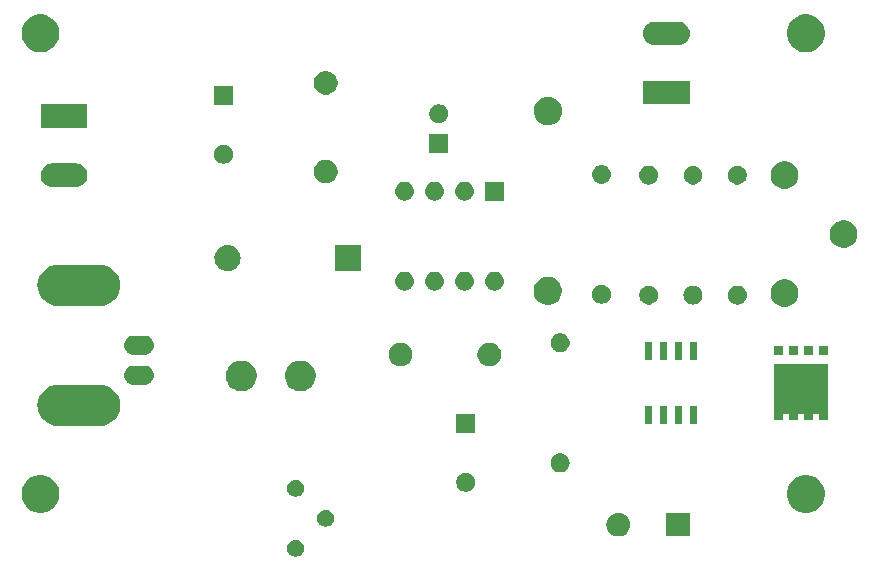
<source format=gbr>
G04 #@! TF.GenerationSoftware,KiCad,Pcbnew,5.0.2-bee76a0~70~ubuntu18.04.1*
G04 #@! TF.CreationDate,2019-07-29T09:45:32+01:00*
G04 #@! TF.ProjectId,led_driver,6c65645f-6472-4697-9665-722e6b696361,rev?*
G04 #@! TF.SameCoordinates,Original*
G04 #@! TF.FileFunction,Soldermask,Top*
G04 #@! TF.FilePolarity,Negative*
%FSLAX46Y46*%
G04 Gerber Fmt 4.6, Leading zero omitted, Abs format (unit mm)*
G04 Created by KiCad (PCBNEW 5.0.2-bee76a0~70~ubuntu18.04.1) date Mon 29 Jul 2019 09:45:32 BST*
%MOMM*%
%LPD*%
G01*
G04 APERTURE LIST*
%ADD10C,0.100000*%
G04 APERTURE END LIST*
D10*
G36*
X112810015Y-100907668D02*
X112941049Y-100961944D01*
X113058975Y-101040740D01*
X113159260Y-101141025D01*
X113238056Y-101258951D01*
X113292332Y-101389985D01*
X113320000Y-101529085D01*
X113320000Y-101670915D01*
X113292332Y-101810015D01*
X113238056Y-101941049D01*
X113159260Y-102058975D01*
X113058975Y-102159260D01*
X112941049Y-102238056D01*
X112810015Y-102292332D01*
X112670915Y-102320000D01*
X112529085Y-102320000D01*
X112389985Y-102292332D01*
X112258951Y-102238056D01*
X112141025Y-102159260D01*
X112040740Y-102058975D01*
X111961944Y-101941049D01*
X111907668Y-101810015D01*
X111880000Y-101670915D01*
X111880000Y-101529085D01*
X111907668Y-101389985D01*
X111961944Y-101258951D01*
X112040740Y-101141025D01*
X112141025Y-101040740D01*
X112258951Y-100961944D01*
X112389985Y-100907668D01*
X112529085Y-100880000D01*
X112670915Y-100880000D01*
X112810015Y-100907668D01*
X112810015Y-100907668D01*
G37*
G36*
X146000000Y-100600000D02*
X144000000Y-100600000D01*
X144000000Y-98600000D01*
X146000000Y-98600000D01*
X146000000Y-100600000D01*
X146000000Y-100600000D01*
G37*
G36*
X140116030Y-98614469D02*
X140116033Y-98614470D01*
X140116034Y-98614470D01*
X140304535Y-98671651D01*
X140304537Y-98671652D01*
X140478260Y-98764509D01*
X140630528Y-98889472D01*
X140755491Y-99041740D01*
X140803156Y-99130915D01*
X140848349Y-99215465D01*
X140904645Y-99401048D01*
X140905531Y-99403970D01*
X140924838Y-99600000D01*
X140905531Y-99796030D01*
X140848348Y-99984537D01*
X140755491Y-100158260D01*
X140630528Y-100310528D01*
X140478260Y-100435491D01*
X140478258Y-100435492D01*
X140304535Y-100528349D01*
X140116034Y-100585530D01*
X140116033Y-100585530D01*
X140116030Y-100585531D01*
X139969124Y-100600000D01*
X139870876Y-100600000D01*
X139723970Y-100585531D01*
X139723967Y-100585530D01*
X139723966Y-100585530D01*
X139535465Y-100528349D01*
X139361742Y-100435492D01*
X139361740Y-100435491D01*
X139209472Y-100310528D01*
X139084509Y-100158260D01*
X138991652Y-99984537D01*
X138934469Y-99796030D01*
X138915162Y-99600000D01*
X138934469Y-99403970D01*
X138935355Y-99401048D01*
X138991651Y-99215465D01*
X139036844Y-99130915D01*
X139084509Y-99041740D01*
X139209472Y-98889472D01*
X139361740Y-98764509D01*
X139535463Y-98671652D01*
X139535465Y-98671651D01*
X139723966Y-98614470D01*
X139723967Y-98614470D01*
X139723970Y-98614469D01*
X139870876Y-98600000D01*
X139969124Y-98600000D01*
X140116030Y-98614469D01*
X140116030Y-98614469D01*
G37*
G36*
X115350015Y-98367668D02*
X115481049Y-98421944D01*
X115598975Y-98500740D01*
X115699260Y-98601025D01*
X115778056Y-98718951D01*
X115832332Y-98849985D01*
X115860000Y-98989085D01*
X115860000Y-99130915D01*
X115832332Y-99270015D01*
X115778056Y-99401049D01*
X115699260Y-99518975D01*
X115598975Y-99619260D01*
X115481049Y-99698056D01*
X115350015Y-99752332D01*
X115210915Y-99780000D01*
X115069085Y-99780000D01*
X114929985Y-99752332D01*
X114798951Y-99698056D01*
X114681025Y-99619260D01*
X114580740Y-99518975D01*
X114501944Y-99401049D01*
X114447668Y-99270015D01*
X114420000Y-99130915D01*
X114420000Y-98989085D01*
X114447668Y-98849985D01*
X114501944Y-98718951D01*
X114580740Y-98601025D01*
X114681025Y-98500740D01*
X114798951Y-98421944D01*
X114929985Y-98367668D01*
X115069085Y-98340000D01*
X115210915Y-98340000D01*
X115350015Y-98367668D01*
X115350015Y-98367668D01*
G37*
G36*
X91466703Y-95461486D02*
X91757883Y-95582097D01*
X92019944Y-95757201D01*
X92242799Y-95980056D01*
X92417903Y-96242117D01*
X92538514Y-96533297D01*
X92600000Y-96842412D01*
X92600000Y-97157588D01*
X92538514Y-97466703D01*
X92417903Y-97757883D01*
X92242799Y-98019944D01*
X92019944Y-98242799D01*
X91757883Y-98417903D01*
X91466703Y-98538514D01*
X91157588Y-98600000D01*
X90842412Y-98600000D01*
X90533297Y-98538514D01*
X90242117Y-98417903D01*
X89980056Y-98242799D01*
X89757201Y-98019944D01*
X89582097Y-97757883D01*
X89461486Y-97466703D01*
X89400000Y-97157588D01*
X89400000Y-96842412D01*
X89461486Y-96533297D01*
X89582097Y-96242117D01*
X89757201Y-95980056D01*
X89980056Y-95757201D01*
X90242117Y-95582097D01*
X90533297Y-95461486D01*
X90842412Y-95400000D01*
X91157588Y-95400000D01*
X91466703Y-95461486D01*
X91466703Y-95461486D01*
G37*
G36*
X156266703Y-95461486D02*
X156557883Y-95582097D01*
X156819944Y-95757201D01*
X157042799Y-95980056D01*
X157217903Y-96242117D01*
X157338514Y-96533297D01*
X157400000Y-96842412D01*
X157400000Y-97157588D01*
X157338514Y-97466703D01*
X157217903Y-97757883D01*
X157042799Y-98019944D01*
X156819944Y-98242799D01*
X156557883Y-98417903D01*
X156266703Y-98538514D01*
X155957588Y-98600000D01*
X155642412Y-98600000D01*
X155333297Y-98538514D01*
X155042117Y-98417903D01*
X154780056Y-98242799D01*
X154557201Y-98019944D01*
X154382097Y-97757883D01*
X154261486Y-97466703D01*
X154200000Y-97157588D01*
X154200000Y-96842412D01*
X154261486Y-96533297D01*
X154382097Y-96242117D01*
X154557201Y-95980056D01*
X154780056Y-95757201D01*
X155042117Y-95582097D01*
X155333297Y-95461486D01*
X155642412Y-95400000D01*
X155957588Y-95400000D01*
X156266703Y-95461486D01*
X156266703Y-95461486D01*
G37*
G36*
X112810015Y-95827668D02*
X112941049Y-95881944D01*
X113058975Y-95960740D01*
X113159260Y-96061025D01*
X113238056Y-96178951D01*
X113292332Y-96309985D01*
X113320000Y-96449085D01*
X113320000Y-96590915D01*
X113292332Y-96730015D01*
X113238056Y-96861049D01*
X113159260Y-96978975D01*
X113058975Y-97079260D01*
X112941049Y-97158056D01*
X112810015Y-97212332D01*
X112670915Y-97240000D01*
X112529085Y-97240000D01*
X112389985Y-97212332D01*
X112258951Y-97158056D01*
X112141025Y-97079260D01*
X112040740Y-96978975D01*
X111961944Y-96861049D01*
X111907668Y-96730015D01*
X111880000Y-96590915D01*
X111880000Y-96449085D01*
X111907668Y-96309985D01*
X111961944Y-96178951D01*
X112040740Y-96061025D01*
X112141025Y-95960740D01*
X112258951Y-95881944D01*
X112389985Y-95827668D01*
X112529085Y-95800000D01*
X112670915Y-95800000D01*
X112810015Y-95827668D01*
X112810015Y-95827668D01*
G37*
G36*
X127233352Y-95230743D02*
X127378941Y-95291048D01*
X127509973Y-95378601D01*
X127621399Y-95490027D01*
X127708952Y-95621059D01*
X127769257Y-95766648D01*
X127800000Y-95921205D01*
X127800000Y-96078795D01*
X127769257Y-96233352D01*
X127708952Y-96378941D01*
X127621399Y-96509973D01*
X127509973Y-96621399D01*
X127378941Y-96708952D01*
X127233352Y-96769257D01*
X127078795Y-96800000D01*
X126921205Y-96800000D01*
X126766648Y-96769257D01*
X126621059Y-96708952D01*
X126490027Y-96621399D01*
X126378601Y-96509973D01*
X126291048Y-96378941D01*
X126230743Y-96233352D01*
X126200000Y-96078795D01*
X126200000Y-95921205D01*
X126230743Y-95766648D01*
X126291048Y-95621059D01*
X126378601Y-95490027D01*
X126490027Y-95378601D01*
X126621059Y-95291048D01*
X126766648Y-95230743D01*
X126921205Y-95200000D01*
X127078795Y-95200000D01*
X127233352Y-95230743D01*
X127233352Y-95230743D01*
G37*
G36*
X135117649Y-93567717D02*
X135156827Y-93571576D01*
X135232227Y-93594448D01*
X135307629Y-93617321D01*
X135446608Y-93691608D01*
X135568422Y-93791578D01*
X135668392Y-93913392D01*
X135742679Y-94052371D01*
X135788424Y-94203174D01*
X135803870Y-94360000D01*
X135788424Y-94516826D01*
X135742679Y-94667629D01*
X135668392Y-94806608D01*
X135568422Y-94928422D01*
X135446608Y-95028392D01*
X135307629Y-95102679D01*
X135232228Y-95125551D01*
X135156827Y-95148424D01*
X135117649Y-95152283D01*
X135039295Y-95160000D01*
X134960705Y-95160000D01*
X134882351Y-95152283D01*
X134843173Y-95148424D01*
X134767772Y-95125551D01*
X134692371Y-95102679D01*
X134553392Y-95028392D01*
X134431578Y-94928422D01*
X134331608Y-94806608D01*
X134257321Y-94667629D01*
X134211576Y-94516826D01*
X134196130Y-94360000D01*
X134211576Y-94203174D01*
X134257321Y-94052371D01*
X134331608Y-93913392D01*
X134431578Y-93791578D01*
X134553392Y-93691608D01*
X134692371Y-93617321D01*
X134767773Y-93594448D01*
X134843173Y-93571576D01*
X134882351Y-93567717D01*
X134960705Y-93560000D01*
X135039295Y-93560000D01*
X135117649Y-93567717D01*
X135117649Y-93567717D01*
G37*
G36*
X127800000Y-91800000D02*
X126200000Y-91800000D01*
X126200000Y-90200000D01*
X127800000Y-90200000D01*
X127800000Y-91800000D01*
X127800000Y-91800000D01*
G37*
G36*
X96181065Y-87742640D02*
X96352460Y-87759521D01*
X96572377Y-87826232D01*
X96682337Y-87859588D01*
X96844837Y-87946447D01*
X96986352Y-88022088D01*
X96986354Y-88022089D01*
X96986353Y-88022089D01*
X97252824Y-88240776D01*
X97471511Y-88507247D01*
X97634012Y-88811263D01*
X97634012Y-88811264D01*
X97734079Y-89141140D01*
X97767867Y-89484200D01*
X97734079Y-89827260D01*
X97696846Y-89950000D01*
X97634012Y-90157137D01*
X97547153Y-90319637D01*
X97471512Y-90461152D01*
X97252824Y-90727624D01*
X96986352Y-90946312D01*
X96844837Y-91021953D01*
X96682337Y-91108812D01*
X96572377Y-91142168D01*
X96352460Y-91208879D01*
X96181065Y-91225760D01*
X96095369Y-91234200D01*
X92423431Y-91234200D01*
X92337735Y-91225760D01*
X92166340Y-91208879D01*
X91946423Y-91142168D01*
X91836463Y-91108812D01*
X91673963Y-91021953D01*
X91532448Y-90946312D01*
X91265976Y-90727624D01*
X91047288Y-90461152D01*
X90971647Y-90319637D01*
X90884788Y-90157137D01*
X90821954Y-89950000D01*
X90784721Y-89827260D01*
X90750933Y-89484200D01*
X90784721Y-89141140D01*
X90884788Y-88811264D01*
X90884788Y-88811263D01*
X91047289Y-88507247D01*
X91265976Y-88240776D01*
X91532447Y-88022089D01*
X91532446Y-88022089D01*
X91532448Y-88022088D01*
X91673963Y-87946447D01*
X91836463Y-87859588D01*
X91946423Y-87826232D01*
X92166340Y-87759521D01*
X92337735Y-87742640D01*
X92423431Y-87734200D01*
X96095369Y-87734200D01*
X96181065Y-87742640D01*
X96181065Y-87742640D01*
G37*
G36*
X146605000Y-91075000D02*
X146005000Y-91075000D01*
X146005000Y-89525000D01*
X146605000Y-89525000D01*
X146605000Y-91075000D01*
X146605000Y-91075000D01*
G37*
G36*
X142795000Y-91075000D02*
X142195000Y-91075000D01*
X142195000Y-89525000D01*
X142795000Y-89525000D01*
X142795000Y-91075000D01*
X142795000Y-91075000D01*
G37*
G36*
X144065000Y-91075000D02*
X143465000Y-91075000D01*
X143465000Y-89525000D01*
X144065000Y-89525000D01*
X144065000Y-91075000D01*
X144065000Y-91075000D01*
G37*
G36*
X145335000Y-91075000D02*
X144735000Y-91075000D01*
X144735000Y-89525000D01*
X145335000Y-89525000D01*
X145335000Y-91075000D01*
X145335000Y-91075000D01*
G37*
G36*
X157650000Y-89825000D02*
X157652402Y-89849386D01*
X157659515Y-89872835D01*
X157660000Y-89873742D01*
X157660000Y-90750000D01*
X156960000Y-90750000D01*
X156960000Y-90370000D01*
X156957598Y-90345614D01*
X156950485Y-90322165D01*
X156938934Y-90300554D01*
X156923388Y-90281612D01*
X156904446Y-90266066D01*
X156882835Y-90254515D01*
X156859386Y-90247402D01*
X156835000Y-90245000D01*
X156515000Y-90245000D01*
X156490614Y-90247402D01*
X156467165Y-90254515D01*
X156445554Y-90266066D01*
X156426612Y-90281612D01*
X156411066Y-90300554D01*
X156399515Y-90322165D01*
X156392402Y-90345614D01*
X156390000Y-90370000D01*
X156390000Y-90750000D01*
X155690000Y-90750000D01*
X155690000Y-90370000D01*
X155687598Y-90345614D01*
X155680485Y-90322165D01*
X155668934Y-90300554D01*
X155653388Y-90281612D01*
X155634446Y-90266066D01*
X155612835Y-90254515D01*
X155589386Y-90247402D01*
X155565000Y-90245000D01*
X155235000Y-90245000D01*
X155210614Y-90247402D01*
X155187165Y-90254515D01*
X155165554Y-90266066D01*
X155146612Y-90281612D01*
X155131066Y-90300554D01*
X155119515Y-90322165D01*
X155112402Y-90345614D01*
X155110000Y-90370000D01*
X155110000Y-90750000D01*
X154410000Y-90750000D01*
X154410000Y-90370000D01*
X154407598Y-90345614D01*
X154400485Y-90322165D01*
X154388934Y-90300554D01*
X154373388Y-90281612D01*
X154354446Y-90266066D01*
X154332835Y-90254515D01*
X154309386Y-90247402D01*
X154285000Y-90245000D01*
X153965000Y-90245000D01*
X153940614Y-90247402D01*
X153917165Y-90254515D01*
X153895554Y-90266066D01*
X153876612Y-90281612D01*
X153861066Y-90300554D01*
X153849515Y-90322165D01*
X153842402Y-90345614D01*
X153840000Y-90370000D01*
X153840000Y-90750000D01*
X153140000Y-90750000D01*
X153140000Y-89873742D01*
X153140485Y-89872835D01*
X153147598Y-89849386D01*
X153150000Y-89825000D01*
X153150000Y-85955000D01*
X157650000Y-85955000D01*
X157650000Y-89825000D01*
X157650000Y-89825000D01*
G37*
G36*
X113379196Y-85749958D02*
X113615780Y-85847954D01*
X113828705Y-85990226D01*
X114009774Y-86171295D01*
X114152046Y-86384220D01*
X114250042Y-86620804D01*
X114300000Y-86871960D01*
X114300000Y-87128040D01*
X114250042Y-87379196D01*
X114152046Y-87615780D01*
X114009774Y-87828705D01*
X113828705Y-88009774D01*
X113615780Y-88152046D01*
X113379196Y-88250042D01*
X113128040Y-88300000D01*
X112871960Y-88300000D01*
X112620804Y-88250042D01*
X112384220Y-88152046D01*
X112171295Y-88009774D01*
X111990226Y-87828705D01*
X111847954Y-87615780D01*
X111749958Y-87379196D01*
X111700000Y-87128040D01*
X111700000Y-86871960D01*
X111749958Y-86620804D01*
X111847954Y-86384220D01*
X111990226Y-86171295D01*
X112171295Y-85990226D01*
X112384220Y-85847954D01*
X112620804Y-85749958D01*
X112871960Y-85700000D01*
X113128040Y-85700000D01*
X113379196Y-85749958D01*
X113379196Y-85749958D01*
G37*
G36*
X108379196Y-85749958D02*
X108615780Y-85847954D01*
X108828705Y-85990226D01*
X109009774Y-86171295D01*
X109152046Y-86384220D01*
X109250042Y-86620804D01*
X109300000Y-86871960D01*
X109300000Y-87128040D01*
X109250042Y-87379196D01*
X109152046Y-87615780D01*
X109009774Y-87828705D01*
X108828705Y-88009774D01*
X108615780Y-88152046D01*
X108379196Y-88250042D01*
X108128040Y-88300000D01*
X107871960Y-88300000D01*
X107620804Y-88250042D01*
X107384220Y-88152046D01*
X107171295Y-88009774D01*
X106990226Y-87828705D01*
X106847954Y-87615780D01*
X106749958Y-87379196D01*
X106700000Y-87128040D01*
X106700000Y-86871960D01*
X106749958Y-86620804D01*
X106847954Y-86384220D01*
X106990226Y-86171295D01*
X107171295Y-85990226D01*
X107384220Y-85847954D01*
X107620804Y-85749958D01*
X107871960Y-85700000D01*
X108128040Y-85700000D01*
X108379196Y-85749958D01*
X108379196Y-85749958D01*
G37*
G36*
X99907049Y-86151917D02*
X99946227Y-86155776D01*
X99997386Y-86171295D01*
X100097029Y-86201521D01*
X100236008Y-86275808D01*
X100357822Y-86375778D01*
X100457792Y-86497592D01*
X100532079Y-86636571D01*
X100532079Y-86636572D01*
X100577824Y-86787373D01*
X100593270Y-86944200D01*
X100577824Y-87101027D01*
X100554951Y-87176428D01*
X100532079Y-87251829D01*
X100457792Y-87390808D01*
X100357822Y-87512622D01*
X100236008Y-87612592D01*
X100097029Y-87686879D01*
X100021628Y-87709751D01*
X99946227Y-87732624D01*
X99930225Y-87734200D01*
X99828695Y-87744200D01*
X98850105Y-87744200D01*
X98748575Y-87734200D01*
X98732573Y-87732624D01*
X98657172Y-87709751D01*
X98581771Y-87686879D01*
X98442792Y-87612592D01*
X98320978Y-87512622D01*
X98221008Y-87390808D01*
X98146721Y-87251829D01*
X98123849Y-87176428D01*
X98100976Y-87101027D01*
X98085530Y-86944200D01*
X98100976Y-86787373D01*
X98146721Y-86636572D01*
X98146721Y-86636571D01*
X98221008Y-86497592D01*
X98320978Y-86375778D01*
X98442792Y-86275808D01*
X98581771Y-86201521D01*
X98681414Y-86171295D01*
X98732573Y-86155776D01*
X98771751Y-86151917D01*
X98850105Y-86144200D01*
X99828695Y-86144200D01*
X99907049Y-86151917D01*
X99907049Y-86151917D01*
G37*
G36*
X129175770Y-84215372D02*
X129291689Y-84238429D01*
X129473678Y-84313811D01*
X129637463Y-84423249D01*
X129776751Y-84562537D01*
X129886189Y-84726322D01*
X129961571Y-84908311D01*
X129974363Y-84972622D01*
X129994249Y-85072593D01*
X130000000Y-85101509D01*
X130000000Y-85298491D01*
X129961571Y-85491689D01*
X129886189Y-85673678D01*
X129776751Y-85837463D01*
X129637463Y-85976751D01*
X129473678Y-86086189D01*
X129291689Y-86161571D01*
X129175770Y-86184628D01*
X129098493Y-86200000D01*
X128901507Y-86200000D01*
X128824230Y-86184628D01*
X128708311Y-86161571D01*
X128526322Y-86086189D01*
X128362537Y-85976751D01*
X128223249Y-85837463D01*
X128113811Y-85673678D01*
X128038429Y-85491689D01*
X128000000Y-85298491D01*
X128000000Y-85101509D01*
X128005752Y-85072593D01*
X128025637Y-84972622D01*
X128038429Y-84908311D01*
X128113811Y-84726322D01*
X128223249Y-84562537D01*
X128362537Y-84423249D01*
X128526322Y-84313811D01*
X128708311Y-84238429D01*
X128824230Y-84215372D01*
X128901507Y-84200000D01*
X129098493Y-84200000D01*
X129175770Y-84215372D01*
X129175770Y-84215372D01*
G37*
G36*
X121675770Y-84215372D02*
X121791689Y-84238429D01*
X121973678Y-84313811D01*
X122137463Y-84423249D01*
X122276751Y-84562537D01*
X122386189Y-84726322D01*
X122461571Y-84908311D01*
X122474363Y-84972622D01*
X122494249Y-85072593D01*
X122500000Y-85101509D01*
X122500000Y-85298491D01*
X122461571Y-85491689D01*
X122386189Y-85673678D01*
X122276751Y-85837463D01*
X122137463Y-85976751D01*
X121973678Y-86086189D01*
X121791689Y-86161571D01*
X121675770Y-86184628D01*
X121598493Y-86200000D01*
X121401507Y-86200000D01*
X121324230Y-86184628D01*
X121208311Y-86161571D01*
X121026322Y-86086189D01*
X120862537Y-85976751D01*
X120723249Y-85837463D01*
X120613811Y-85673678D01*
X120538429Y-85491689D01*
X120500000Y-85298491D01*
X120500000Y-85101509D01*
X120505752Y-85072593D01*
X120525637Y-84972622D01*
X120538429Y-84908311D01*
X120613811Y-84726322D01*
X120723249Y-84562537D01*
X120862537Y-84423249D01*
X121026322Y-84313811D01*
X121208311Y-84238429D01*
X121324230Y-84215372D01*
X121401507Y-84200000D01*
X121598493Y-84200000D01*
X121675770Y-84215372D01*
X121675770Y-84215372D01*
G37*
G36*
X144065000Y-85675000D02*
X143465000Y-85675000D01*
X143465000Y-84125000D01*
X144065000Y-84125000D01*
X144065000Y-85675000D01*
X144065000Y-85675000D01*
G37*
G36*
X142795000Y-85675000D02*
X142195000Y-85675000D01*
X142195000Y-84125000D01*
X142795000Y-84125000D01*
X142795000Y-85675000D01*
X142795000Y-85675000D01*
G37*
G36*
X145335000Y-85675000D02*
X144735000Y-85675000D01*
X144735000Y-84125000D01*
X145335000Y-84125000D01*
X145335000Y-85675000D01*
X145335000Y-85675000D01*
G37*
G36*
X146605000Y-85675000D02*
X146005000Y-85675000D01*
X146005000Y-84125000D01*
X146605000Y-84125000D01*
X146605000Y-85675000D01*
X146605000Y-85675000D01*
G37*
G36*
X155110000Y-85250000D02*
X154410000Y-85250000D01*
X154410000Y-84450000D01*
X155110000Y-84450000D01*
X155110000Y-85250000D01*
X155110000Y-85250000D01*
G37*
G36*
X157660000Y-85250000D02*
X156960000Y-85250000D01*
X156960000Y-84450000D01*
X157660000Y-84450000D01*
X157660000Y-85250000D01*
X157660000Y-85250000D01*
G37*
G36*
X156390000Y-85250000D02*
X155690000Y-85250000D01*
X155690000Y-84450000D01*
X156390000Y-84450000D01*
X156390000Y-85250000D01*
X156390000Y-85250000D01*
G37*
G36*
X153840000Y-85250000D02*
X153140000Y-85250000D01*
X153140000Y-84450000D01*
X153840000Y-84450000D01*
X153840000Y-85250000D01*
X153840000Y-85250000D01*
G37*
G36*
X99907049Y-83611917D02*
X99946227Y-83615776D01*
X100021628Y-83638649D01*
X100097029Y-83661521D01*
X100236008Y-83735808D01*
X100357822Y-83835778D01*
X100457792Y-83957592D01*
X100532079Y-84096571D01*
X100539552Y-84121207D01*
X100577824Y-84247373D01*
X100593270Y-84404200D01*
X100577824Y-84561027D01*
X100554951Y-84636428D01*
X100532079Y-84711829D01*
X100457792Y-84850808D01*
X100357822Y-84972622D01*
X100236008Y-85072592D01*
X100097029Y-85146879D01*
X100021628Y-85169751D01*
X99946227Y-85192624D01*
X99907049Y-85196483D01*
X99828695Y-85204200D01*
X98850105Y-85204200D01*
X98771751Y-85196483D01*
X98732573Y-85192624D01*
X98657172Y-85169751D01*
X98581771Y-85146879D01*
X98442792Y-85072592D01*
X98320978Y-84972622D01*
X98221008Y-84850808D01*
X98146721Y-84711829D01*
X98123849Y-84636428D01*
X98100976Y-84561027D01*
X98085530Y-84404200D01*
X98100976Y-84247373D01*
X98139248Y-84121207D01*
X98146721Y-84096571D01*
X98221008Y-83957592D01*
X98320978Y-83835778D01*
X98442792Y-83735808D01*
X98581771Y-83661521D01*
X98657172Y-83638649D01*
X98732573Y-83615776D01*
X98771751Y-83611917D01*
X98850105Y-83604200D01*
X99828695Y-83604200D01*
X99907049Y-83611917D01*
X99907049Y-83611917D01*
G37*
G36*
X135233352Y-83430743D02*
X135378941Y-83491048D01*
X135509973Y-83578601D01*
X135621399Y-83690027D01*
X135708952Y-83821059D01*
X135769257Y-83966648D01*
X135800000Y-84121205D01*
X135800000Y-84278795D01*
X135769257Y-84433352D01*
X135708952Y-84578941D01*
X135621399Y-84709973D01*
X135509973Y-84821399D01*
X135378941Y-84908952D01*
X135233352Y-84969257D01*
X135078795Y-85000000D01*
X134921205Y-85000000D01*
X134766648Y-84969257D01*
X134621059Y-84908952D01*
X134490027Y-84821399D01*
X134378601Y-84709973D01*
X134291048Y-84578941D01*
X134230743Y-84433352D01*
X134200000Y-84278795D01*
X134200000Y-84121205D01*
X134230743Y-83966648D01*
X134291048Y-83821059D01*
X134378601Y-83690027D01*
X134490027Y-83578601D01*
X134621059Y-83491048D01*
X134766648Y-83430743D01*
X134921205Y-83400000D01*
X135078795Y-83400000D01*
X135233352Y-83430743D01*
X135233352Y-83430743D01*
G37*
G36*
X154341274Y-78874962D02*
X154554204Y-78963160D01*
X154745833Y-79091203D01*
X154908797Y-79254167D01*
X155036840Y-79445796D01*
X155125038Y-79658726D01*
X155170000Y-79884764D01*
X155170000Y-80115236D01*
X155125038Y-80341274D01*
X155036840Y-80554204D01*
X154908797Y-80745833D01*
X154745833Y-80908797D01*
X154554204Y-81036840D01*
X154341274Y-81125038D01*
X154115236Y-81170000D01*
X153884764Y-81170000D01*
X153658726Y-81125038D01*
X153445796Y-81036840D01*
X153254167Y-80908797D01*
X153091203Y-80745833D01*
X152963160Y-80554204D01*
X152874962Y-80341274D01*
X152830000Y-80115236D01*
X152830000Y-79884764D01*
X152874962Y-79658726D01*
X152963160Y-79445796D01*
X153091203Y-79254167D01*
X153254167Y-79091203D01*
X153445796Y-78963160D01*
X153658726Y-78874962D01*
X153884764Y-78830000D01*
X154115236Y-78830000D01*
X154341274Y-78874962D01*
X154341274Y-78874962D01*
G37*
G36*
X96181065Y-77582640D02*
X96352460Y-77599521D01*
X96572377Y-77666232D01*
X96682337Y-77699588D01*
X96835734Y-77781581D01*
X96986352Y-77862088D01*
X97252824Y-78080776D01*
X97471512Y-78347248D01*
X97547153Y-78488763D01*
X97634012Y-78651263D01*
X97640658Y-78673172D01*
X97734079Y-78981140D01*
X97767867Y-79324200D01*
X97734079Y-79667260D01*
X97674080Y-79865049D01*
X97634012Y-79997137D01*
X97622001Y-80019607D01*
X97471512Y-80301152D01*
X97252824Y-80567624D01*
X96986352Y-80786312D01*
X96907626Y-80828392D01*
X96682337Y-80948812D01*
X96572377Y-80982168D01*
X96352460Y-81048879D01*
X96181065Y-81065760D01*
X96095369Y-81074200D01*
X92423431Y-81074200D01*
X92337735Y-81065760D01*
X92166340Y-81048879D01*
X91946423Y-80982168D01*
X91836463Y-80948812D01*
X91611174Y-80828392D01*
X91532448Y-80786312D01*
X91265976Y-80567624D01*
X91047288Y-80301152D01*
X90896799Y-80019607D01*
X90884788Y-79997137D01*
X90844720Y-79865049D01*
X90784721Y-79667260D01*
X90750933Y-79324200D01*
X90784721Y-78981140D01*
X90878142Y-78673172D01*
X90884788Y-78651263D01*
X90971647Y-78488763D01*
X91047288Y-78347248D01*
X91265976Y-78080776D01*
X91532448Y-77862088D01*
X91683066Y-77781581D01*
X91836463Y-77699588D01*
X91946423Y-77666232D01*
X92166340Y-77599521D01*
X92337735Y-77582640D01*
X92423431Y-77574200D01*
X96095369Y-77574200D01*
X96181065Y-77582640D01*
X96181065Y-77582640D01*
G37*
G36*
X134309626Y-78646115D02*
X134528012Y-78736573D01*
X134724558Y-78867901D01*
X134891699Y-79035042D01*
X135023027Y-79231588D01*
X135113485Y-79449974D01*
X135159600Y-79681809D01*
X135159600Y-79918191D01*
X135113485Y-80150026D01*
X135023027Y-80368412D01*
X134891699Y-80564958D01*
X134724558Y-80732099D01*
X134528012Y-80863427D01*
X134309626Y-80953885D01*
X134077791Y-81000000D01*
X133841409Y-81000000D01*
X133609574Y-80953885D01*
X133391188Y-80863427D01*
X133194642Y-80732099D01*
X133027501Y-80564958D01*
X132896173Y-80368412D01*
X132805715Y-80150026D01*
X132759600Y-79918191D01*
X132759600Y-79681809D01*
X132805715Y-79449974D01*
X132896173Y-79231588D01*
X133027501Y-79035042D01*
X133194642Y-78867901D01*
X133391188Y-78736573D01*
X133609574Y-78646115D01*
X133841409Y-78600000D01*
X134077791Y-78600000D01*
X134309626Y-78646115D01*
X134309626Y-78646115D01*
G37*
G36*
X150117649Y-79367717D02*
X150156827Y-79371576D01*
X150215743Y-79389448D01*
X150307629Y-79417321D01*
X150446608Y-79491608D01*
X150568422Y-79591578D01*
X150668392Y-79713392D01*
X150742679Y-79852371D01*
X150742679Y-79852372D01*
X150788424Y-80003173D01*
X150803870Y-80160000D01*
X150788424Y-80316827D01*
X150765551Y-80392228D01*
X150742679Y-80467629D01*
X150668392Y-80606608D01*
X150568422Y-80728422D01*
X150446608Y-80828392D01*
X150307629Y-80902679D01*
X150232227Y-80925552D01*
X150156827Y-80948424D01*
X150117649Y-80952283D01*
X150039295Y-80960000D01*
X149960705Y-80960000D01*
X149882351Y-80952283D01*
X149843173Y-80948424D01*
X149767773Y-80925552D01*
X149692371Y-80902679D01*
X149553392Y-80828392D01*
X149431578Y-80728422D01*
X149331608Y-80606608D01*
X149257321Y-80467629D01*
X149234448Y-80392227D01*
X149211576Y-80316827D01*
X149196130Y-80160000D01*
X149211576Y-80003173D01*
X149257321Y-79852372D01*
X149257321Y-79852371D01*
X149331608Y-79713392D01*
X149431578Y-79591578D01*
X149553392Y-79491608D01*
X149692371Y-79417321D01*
X149784257Y-79389448D01*
X149843173Y-79371576D01*
X149882351Y-79367717D01*
X149960705Y-79360000D01*
X150039295Y-79360000D01*
X150117649Y-79367717D01*
X150117649Y-79367717D01*
G37*
G36*
X142733352Y-79390743D02*
X142878941Y-79451048D01*
X143009973Y-79538601D01*
X143121399Y-79650027D01*
X143208952Y-79781059D01*
X143269257Y-79926648D01*
X143300000Y-80081205D01*
X143300000Y-80238795D01*
X143269257Y-80393352D01*
X143208952Y-80538941D01*
X143121399Y-80669973D01*
X143009973Y-80781399D01*
X142878941Y-80868952D01*
X142733352Y-80929257D01*
X142578795Y-80960000D01*
X142421205Y-80960000D01*
X142266648Y-80929257D01*
X142121059Y-80868952D01*
X141990027Y-80781399D01*
X141878601Y-80669973D01*
X141791048Y-80538941D01*
X141730743Y-80393352D01*
X141700000Y-80238795D01*
X141700000Y-80081205D01*
X141730743Y-79926648D01*
X141791048Y-79781059D01*
X141878601Y-79650027D01*
X141990027Y-79538601D01*
X142121059Y-79451048D01*
X142266648Y-79390743D01*
X142421205Y-79360000D01*
X142578795Y-79360000D01*
X142733352Y-79390743D01*
X142733352Y-79390743D01*
G37*
G36*
X146367649Y-79367717D02*
X146406827Y-79371576D01*
X146465743Y-79389448D01*
X146557629Y-79417321D01*
X146696608Y-79491608D01*
X146818422Y-79591578D01*
X146918392Y-79713392D01*
X146992679Y-79852371D01*
X146992679Y-79852372D01*
X147038424Y-80003173D01*
X147053870Y-80160000D01*
X147038424Y-80316827D01*
X147015551Y-80392228D01*
X146992679Y-80467629D01*
X146918392Y-80606608D01*
X146818422Y-80728422D01*
X146696608Y-80828392D01*
X146557629Y-80902679D01*
X146482227Y-80925552D01*
X146406827Y-80948424D01*
X146367649Y-80952283D01*
X146289295Y-80960000D01*
X146210705Y-80960000D01*
X146132351Y-80952283D01*
X146093173Y-80948424D01*
X146017773Y-80925552D01*
X145942371Y-80902679D01*
X145803392Y-80828392D01*
X145681578Y-80728422D01*
X145581608Y-80606608D01*
X145507321Y-80467629D01*
X145484448Y-80392227D01*
X145461576Y-80316827D01*
X145446130Y-80160000D01*
X145461576Y-80003173D01*
X145507321Y-79852372D01*
X145507321Y-79852371D01*
X145581608Y-79713392D01*
X145681578Y-79591578D01*
X145803392Y-79491608D01*
X145942371Y-79417321D01*
X146034257Y-79389448D01*
X146093173Y-79371576D01*
X146132351Y-79367717D01*
X146210705Y-79360000D01*
X146289295Y-79360000D01*
X146367649Y-79367717D01*
X146367649Y-79367717D01*
G37*
G36*
X138733352Y-79329143D02*
X138878941Y-79389448D01*
X139009973Y-79477001D01*
X139121399Y-79588427D01*
X139208952Y-79719459D01*
X139269257Y-79865048D01*
X139300000Y-80019605D01*
X139300000Y-80177195D01*
X139269257Y-80331752D01*
X139208952Y-80477341D01*
X139121399Y-80608373D01*
X139009973Y-80719799D01*
X138878941Y-80807352D01*
X138733352Y-80867657D01*
X138578795Y-80898400D01*
X138421205Y-80898400D01*
X138266648Y-80867657D01*
X138121059Y-80807352D01*
X137990027Y-80719799D01*
X137878601Y-80608373D01*
X137791048Y-80477341D01*
X137730743Y-80331752D01*
X137700000Y-80177195D01*
X137700000Y-80019605D01*
X137730743Y-79865048D01*
X137791048Y-79719459D01*
X137878601Y-79588427D01*
X137990027Y-79477001D01*
X138121059Y-79389448D01*
X138266648Y-79329143D01*
X138421205Y-79298400D01*
X138578795Y-79298400D01*
X138733352Y-79329143D01*
X138733352Y-79329143D01*
G37*
G36*
X129556049Y-78188517D02*
X129595227Y-78192376D01*
X129670627Y-78215248D01*
X129746029Y-78238121D01*
X129885008Y-78312408D01*
X130006822Y-78412378D01*
X130106792Y-78534192D01*
X130181079Y-78673171D01*
X130226824Y-78823974D01*
X130242270Y-78980800D01*
X130226824Y-79137626D01*
X130181079Y-79288429D01*
X130106792Y-79427408D01*
X130006822Y-79549222D01*
X129885008Y-79649192D01*
X129746029Y-79723479D01*
X129670627Y-79746352D01*
X129595227Y-79769224D01*
X129556049Y-79773083D01*
X129477695Y-79780800D01*
X129399105Y-79780800D01*
X129320751Y-79773083D01*
X129281573Y-79769224D01*
X129206173Y-79746352D01*
X129130771Y-79723479D01*
X128991792Y-79649192D01*
X128869978Y-79549222D01*
X128770008Y-79427408D01*
X128695721Y-79288429D01*
X128649976Y-79137626D01*
X128634530Y-78980800D01*
X128649976Y-78823974D01*
X128695721Y-78673171D01*
X128770008Y-78534192D01*
X128869978Y-78412378D01*
X128991792Y-78312408D01*
X129130771Y-78238121D01*
X129206173Y-78215248D01*
X129281573Y-78192376D01*
X129320751Y-78188517D01*
X129399105Y-78180800D01*
X129477695Y-78180800D01*
X129556049Y-78188517D01*
X129556049Y-78188517D01*
G37*
G36*
X121936049Y-78188517D02*
X121975227Y-78192376D01*
X122050627Y-78215248D01*
X122126029Y-78238121D01*
X122265008Y-78312408D01*
X122386822Y-78412378D01*
X122486792Y-78534192D01*
X122561079Y-78673171D01*
X122606824Y-78823974D01*
X122622270Y-78980800D01*
X122606824Y-79137626D01*
X122561079Y-79288429D01*
X122486792Y-79427408D01*
X122386822Y-79549222D01*
X122265008Y-79649192D01*
X122126029Y-79723479D01*
X122050627Y-79746352D01*
X121975227Y-79769224D01*
X121936049Y-79773083D01*
X121857695Y-79780800D01*
X121779105Y-79780800D01*
X121700751Y-79773083D01*
X121661573Y-79769224D01*
X121586173Y-79746352D01*
X121510771Y-79723479D01*
X121371792Y-79649192D01*
X121249978Y-79549222D01*
X121150008Y-79427408D01*
X121075721Y-79288429D01*
X121029976Y-79137626D01*
X121014530Y-78980800D01*
X121029976Y-78823974D01*
X121075721Y-78673171D01*
X121150008Y-78534192D01*
X121249978Y-78412378D01*
X121371792Y-78312408D01*
X121510771Y-78238121D01*
X121586173Y-78215248D01*
X121661573Y-78192376D01*
X121700751Y-78188517D01*
X121779105Y-78180800D01*
X121857695Y-78180800D01*
X121936049Y-78188517D01*
X121936049Y-78188517D01*
G37*
G36*
X127016049Y-78188517D02*
X127055227Y-78192376D01*
X127130627Y-78215248D01*
X127206029Y-78238121D01*
X127345008Y-78312408D01*
X127466822Y-78412378D01*
X127566792Y-78534192D01*
X127641079Y-78673171D01*
X127686824Y-78823974D01*
X127702270Y-78980800D01*
X127686824Y-79137626D01*
X127641079Y-79288429D01*
X127566792Y-79427408D01*
X127466822Y-79549222D01*
X127345008Y-79649192D01*
X127206029Y-79723479D01*
X127130627Y-79746352D01*
X127055227Y-79769224D01*
X127016049Y-79773083D01*
X126937695Y-79780800D01*
X126859105Y-79780800D01*
X126780751Y-79773083D01*
X126741573Y-79769224D01*
X126666173Y-79746352D01*
X126590771Y-79723479D01*
X126451792Y-79649192D01*
X126329978Y-79549222D01*
X126230008Y-79427408D01*
X126155721Y-79288429D01*
X126109976Y-79137626D01*
X126094530Y-78980800D01*
X126109976Y-78823974D01*
X126155721Y-78673171D01*
X126230008Y-78534192D01*
X126329978Y-78412378D01*
X126451792Y-78312408D01*
X126590771Y-78238121D01*
X126666173Y-78215248D01*
X126741573Y-78192376D01*
X126780751Y-78188517D01*
X126859105Y-78180800D01*
X126937695Y-78180800D01*
X127016049Y-78188517D01*
X127016049Y-78188517D01*
G37*
G36*
X124476049Y-78188517D02*
X124515227Y-78192376D01*
X124590627Y-78215248D01*
X124666029Y-78238121D01*
X124805008Y-78312408D01*
X124926822Y-78412378D01*
X125026792Y-78534192D01*
X125101079Y-78673171D01*
X125146824Y-78823974D01*
X125162270Y-78980800D01*
X125146824Y-79137626D01*
X125101079Y-79288429D01*
X125026792Y-79427408D01*
X124926822Y-79549222D01*
X124805008Y-79649192D01*
X124666029Y-79723479D01*
X124590627Y-79746352D01*
X124515227Y-79769224D01*
X124476049Y-79773083D01*
X124397695Y-79780800D01*
X124319105Y-79780800D01*
X124240751Y-79773083D01*
X124201573Y-79769224D01*
X124126173Y-79746352D01*
X124050771Y-79723479D01*
X123911792Y-79649192D01*
X123789978Y-79549222D01*
X123690008Y-79427408D01*
X123615721Y-79288429D01*
X123569976Y-79137626D01*
X123554530Y-78980800D01*
X123569976Y-78823974D01*
X123615721Y-78673171D01*
X123690008Y-78534192D01*
X123789978Y-78412378D01*
X123911792Y-78312408D01*
X124050771Y-78238121D01*
X124126173Y-78215248D01*
X124201573Y-78192376D01*
X124240751Y-78188517D01*
X124319105Y-78180800D01*
X124397695Y-78180800D01*
X124476049Y-78188517D01*
X124476049Y-78188517D01*
G37*
G36*
X118100000Y-78100000D02*
X115900000Y-78100000D01*
X115900000Y-75900000D01*
X118100000Y-75900000D01*
X118100000Y-78100000D01*
X118100000Y-78100000D01*
G37*
G36*
X107055639Y-75915916D02*
X107262986Y-75978815D01*
X107262988Y-75978816D01*
X107454084Y-76080958D01*
X107621581Y-76218419D01*
X107759042Y-76385916D01*
X107861184Y-76577012D01*
X107924084Y-76784362D01*
X107945322Y-77000000D01*
X107924084Y-77215638D01*
X107861184Y-77422988D01*
X107759042Y-77614084D01*
X107621581Y-77781581D01*
X107454084Y-77919042D01*
X107262988Y-78021184D01*
X107262986Y-78021185D01*
X107055639Y-78084084D01*
X106894038Y-78100000D01*
X106785962Y-78100000D01*
X106624361Y-78084084D01*
X106417014Y-78021185D01*
X106417012Y-78021184D01*
X106225916Y-77919042D01*
X106058419Y-77781581D01*
X105920958Y-77614084D01*
X105818816Y-77422988D01*
X105755916Y-77215638D01*
X105734678Y-77000000D01*
X105755916Y-76784362D01*
X105818816Y-76577012D01*
X105920958Y-76385916D01*
X106058419Y-76218419D01*
X106225916Y-76080958D01*
X106417012Y-75978816D01*
X106417014Y-75978815D01*
X106624361Y-75915916D01*
X106785962Y-75900000D01*
X106894038Y-75900000D01*
X107055639Y-75915916D01*
X107055639Y-75915916D01*
G37*
G36*
X159341274Y-73874962D02*
X159554204Y-73963160D01*
X159745833Y-74091203D01*
X159908797Y-74254167D01*
X160036840Y-74445796D01*
X160125038Y-74658726D01*
X160170000Y-74884764D01*
X160170000Y-75115236D01*
X160125038Y-75341274D01*
X160036840Y-75554204D01*
X159908797Y-75745833D01*
X159745833Y-75908797D01*
X159554204Y-76036840D01*
X159341274Y-76125038D01*
X159115236Y-76170000D01*
X158884764Y-76170000D01*
X158658726Y-76125038D01*
X158445796Y-76036840D01*
X158254167Y-75908797D01*
X158091203Y-75745833D01*
X157963160Y-75554204D01*
X157874962Y-75341274D01*
X157830000Y-75115236D01*
X157830000Y-74884764D01*
X157874962Y-74658726D01*
X157963160Y-74445796D01*
X158091203Y-74254167D01*
X158254167Y-74091203D01*
X158445796Y-73963160D01*
X158658726Y-73874962D01*
X158884764Y-73830000D01*
X159115236Y-73830000D01*
X159341274Y-73874962D01*
X159341274Y-73874962D01*
G37*
G36*
X130238400Y-72160800D02*
X128638400Y-72160800D01*
X128638400Y-70560800D01*
X130238400Y-70560800D01*
X130238400Y-72160800D01*
X130238400Y-72160800D01*
G37*
G36*
X127015081Y-70568422D02*
X127055227Y-70572376D01*
X127100762Y-70586189D01*
X127206029Y-70618121D01*
X127345008Y-70692408D01*
X127466822Y-70792378D01*
X127566792Y-70914192D01*
X127641079Y-71053171D01*
X127686824Y-71203974D01*
X127702270Y-71360800D01*
X127686824Y-71517626D01*
X127641079Y-71668429D01*
X127566792Y-71807408D01*
X127466822Y-71929222D01*
X127345008Y-72029192D01*
X127206029Y-72103479D01*
X127130628Y-72126351D01*
X127055227Y-72149224D01*
X127016049Y-72153083D01*
X126937695Y-72160800D01*
X126859105Y-72160800D01*
X126780751Y-72153083D01*
X126741573Y-72149224D01*
X126666172Y-72126351D01*
X126590771Y-72103479D01*
X126451792Y-72029192D01*
X126329978Y-71929222D01*
X126230008Y-71807408D01*
X126155721Y-71668429D01*
X126109976Y-71517626D01*
X126094530Y-71360800D01*
X126109976Y-71203974D01*
X126155721Y-71053171D01*
X126230008Y-70914192D01*
X126329978Y-70792378D01*
X126451792Y-70692408D01*
X126590771Y-70618121D01*
X126696038Y-70586189D01*
X126741573Y-70572376D01*
X126781719Y-70568422D01*
X126859105Y-70560800D01*
X126937695Y-70560800D01*
X127015081Y-70568422D01*
X127015081Y-70568422D01*
G37*
G36*
X124475081Y-70568422D02*
X124515227Y-70572376D01*
X124560762Y-70586189D01*
X124666029Y-70618121D01*
X124805008Y-70692408D01*
X124926822Y-70792378D01*
X125026792Y-70914192D01*
X125101079Y-71053171D01*
X125146824Y-71203974D01*
X125162270Y-71360800D01*
X125146824Y-71517626D01*
X125101079Y-71668429D01*
X125026792Y-71807408D01*
X124926822Y-71929222D01*
X124805008Y-72029192D01*
X124666029Y-72103479D01*
X124590628Y-72126351D01*
X124515227Y-72149224D01*
X124476049Y-72153083D01*
X124397695Y-72160800D01*
X124319105Y-72160800D01*
X124240751Y-72153083D01*
X124201573Y-72149224D01*
X124126172Y-72126351D01*
X124050771Y-72103479D01*
X123911792Y-72029192D01*
X123789978Y-71929222D01*
X123690008Y-71807408D01*
X123615721Y-71668429D01*
X123569976Y-71517626D01*
X123554530Y-71360800D01*
X123569976Y-71203974D01*
X123615721Y-71053171D01*
X123690008Y-70914192D01*
X123789978Y-70792378D01*
X123911792Y-70692408D01*
X124050771Y-70618121D01*
X124156038Y-70586189D01*
X124201573Y-70572376D01*
X124241719Y-70568422D01*
X124319105Y-70560800D01*
X124397695Y-70560800D01*
X124475081Y-70568422D01*
X124475081Y-70568422D01*
G37*
G36*
X121935081Y-70568422D02*
X121975227Y-70572376D01*
X122020762Y-70586189D01*
X122126029Y-70618121D01*
X122265008Y-70692408D01*
X122386822Y-70792378D01*
X122486792Y-70914192D01*
X122561079Y-71053171D01*
X122606824Y-71203974D01*
X122622270Y-71360800D01*
X122606824Y-71517626D01*
X122561079Y-71668429D01*
X122486792Y-71807408D01*
X122386822Y-71929222D01*
X122265008Y-72029192D01*
X122126029Y-72103479D01*
X122050628Y-72126351D01*
X121975227Y-72149224D01*
X121936049Y-72153083D01*
X121857695Y-72160800D01*
X121779105Y-72160800D01*
X121700751Y-72153083D01*
X121661573Y-72149224D01*
X121586172Y-72126351D01*
X121510771Y-72103479D01*
X121371792Y-72029192D01*
X121249978Y-71929222D01*
X121150008Y-71807408D01*
X121075721Y-71668429D01*
X121029976Y-71517626D01*
X121014530Y-71360800D01*
X121029976Y-71203974D01*
X121075721Y-71053171D01*
X121150008Y-70914192D01*
X121249978Y-70792378D01*
X121371792Y-70692408D01*
X121510771Y-70618121D01*
X121616038Y-70586189D01*
X121661573Y-70572376D01*
X121701719Y-70568422D01*
X121779105Y-70560800D01*
X121857695Y-70560800D01*
X121935081Y-70568422D01*
X121935081Y-70568422D01*
G37*
G36*
X154341274Y-68874962D02*
X154554204Y-68963160D01*
X154745833Y-69091203D01*
X154908797Y-69254167D01*
X155036840Y-69445796D01*
X155125038Y-69658726D01*
X155170000Y-69884764D01*
X155170000Y-70115236D01*
X155125038Y-70341274D01*
X155036840Y-70554204D01*
X154908797Y-70745833D01*
X154745833Y-70908797D01*
X154554204Y-71036840D01*
X154341274Y-71125038D01*
X154115236Y-71170000D01*
X153884764Y-71170000D01*
X153658726Y-71125038D01*
X153445796Y-71036840D01*
X153254167Y-70908797D01*
X153091203Y-70745833D01*
X152963160Y-70554204D01*
X152874962Y-70341274D01*
X152830000Y-70115236D01*
X152830000Y-69884764D01*
X152874962Y-69658726D01*
X152963160Y-69445796D01*
X153091203Y-69254167D01*
X153254167Y-69091203D01*
X153445796Y-68963160D01*
X153658726Y-68874962D01*
X153884764Y-68830000D01*
X154115236Y-68830000D01*
X154341274Y-68874962D01*
X154341274Y-68874962D01*
G37*
G36*
X94184070Y-69024324D02*
X94184073Y-69024325D01*
X94184074Y-69024325D01*
X94370690Y-69080934D01*
X94542676Y-69172862D01*
X94693423Y-69296577D01*
X94817138Y-69447324D01*
X94909066Y-69619310D01*
X94963420Y-69798493D01*
X94965676Y-69805930D01*
X94984790Y-70000000D01*
X94965676Y-70194070D01*
X94965675Y-70194073D01*
X94965675Y-70194074D01*
X94909066Y-70380690D01*
X94817138Y-70552676D01*
X94693423Y-70703423D01*
X94542676Y-70827138D01*
X94370690Y-70919066D01*
X94184074Y-70975675D01*
X94184073Y-70975675D01*
X94184070Y-70975676D01*
X94038636Y-70990000D01*
X91961364Y-70990000D01*
X91815930Y-70975676D01*
X91815927Y-70975675D01*
X91815926Y-70975675D01*
X91629310Y-70919066D01*
X91457324Y-70827138D01*
X91306577Y-70703423D01*
X91182862Y-70552676D01*
X91090934Y-70380690D01*
X91034325Y-70194074D01*
X91034325Y-70194073D01*
X91034324Y-70194070D01*
X91015210Y-70000000D01*
X91034324Y-69805930D01*
X91036580Y-69798493D01*
X91090934Y-69619310D01*
X91182862Y-69447324D01*
X91306577Y-69296577D01*
X91457324Y-69172862D01*
X91629310Y-69080934D01*
X91815926Y-69024325D01*
X91815927Y-69024325D01*
X91815930Y-69024324D01*
X91961364Y-69010000D01*
X94038636Y-69010000D01*
X94184070Y-69024324D01*
X94184070Y-69024324D01*
G37*
G36*
X150233352Y-69230743D02*
X150378941Y-69291048D01*
X150509973Y-69378601D01*
X150621399Y-69490027D01*
X150708952Y-69621059D01*
X150769257Y-69766648D01*
X150800000Y-69921205D01*
X150800000Y-70078795D01*
X150769257Y-70233352D01*
X150708952Y-70378941D01*
X150621399Y-70509973D01*
X150509973Y-70621399D01*
X150378941Y-70708952D01*
X150233352Y-70769257D01*
X150078795Y-70800000D01*
X149921205Y-70800000D01*
X149766648Y-70769257D01*
X149621059Y-70708952D01*
X149490027Y-70621399D01*
X149378601Y-70509973D01*
X149291048Y-70378941D01*
X149230743Y-70233352D01*
X149200000Y-70078795D01*
X149200000Y-69921205D01*
X149230743Y-69766648D01*
X149291048Y-69621059D01*
X149378601Y-69490027D01*
X149490027Y-69378601D01*
X149621059Y-69291048D01*
X149766648Y-69230743D01*
X149921205Y-69200000D01*
X150078795Y-69200000D01*
X150233352Y-69230743D01*
X150233352Y-69230743D01*
G37*
G36*
X146483352Y-69230743D02*
X146628941Y-69291048D01*
X146759973Y-69378601D01*
X146871399Y-69490027D01*
X146958952Y-69621059D01*
X147019257Y-69766648D01*
X147050000Y-69921205D01*
X147050000Y-70078795D01*
X147019257Y-70233352D01*
X146958952Y-70378941D01*
X146871399Y-70509973D01*
X146759973Y-70621399D01*
X146628941Y-70708952D01*
X146483352Y-70769257D01*
X146328795Y-70800000D01*
X146171205Y-70800000D01*
X146016648Y-70769257D01*
X145871059Y-70708952D01*
X145740027Y-70621399D01*
X145628601Y-70509973D01*
X145541048Y-70378941D01*
X145480743Y-70233352D01*
X145450000Y-70078795D01*
X145450000Y-69921205D01*
X145480743Y-69766648D01*
X145541048Y-69621059D01*
X145628601Y-69490027D01*
X145740027Y-69378601D01*
X145871059Y-69291048D01*
X146016648Y-69230743D01*
X146171205Y-69200000D01*
X146328795Y-69200000D01*
X146483352Y-69230743D01*
X146483352Y-69230743D01*
G37*
G36*
X142617649Y-69207717D02*
X142656827Y-69211576D01*
X142705438Y-69226322D01*
X142807629Y-69257321D01*
X142946608Y-69331608D01*
X143068422Y-69431578D01*
X143168392Y-69553392D01*
X143242679Y-69692371D01*
X143288424Y-69843174D01*
X143303870Y-70000000D01*
X143288424Y-70156826D01*
X143242679Y-70307629D01*
X143168392Y-70446608D01*
X143068422Y-70568422D01*
X142946608Y-70668392D01*
X142807629Y-70742679D01*
X142732228Y-70765551D01*
X142656827Y-70788424D01*
X142617649Y-70792283D01*
X142539295Y-70800000D01*
X142460705Y-70800000D01*
X142382351Y-70792283D01*
X142343173Y-70788424D01*
X142267772Y-70765551D01*
X142192371Y-70742679D01*
X142053392Y-70668392D01*
X141931578Y-70568422D01*
X141831608Y-70446608D01*
X141757321Y-70307629D01*
X141711576Y-70156826D01*
X141696130Y-70000000D01*
X141711576Y-69843174D01*
X141757321Y-69692371D01*
X141831608Y-69553392D01*
X141931578Y-69431578D01*
X142053392Y-69331608D01*
X142192371Y-69257321D01*
X142294562Y-69226322D01*
X142343173Y-69211576D01*
X142382351Y-69207717D01*
X142460705Y-69200000D01*
X142539295Y-69200000D01*
X142617649Y-69207717D01*
X142617649Y-69207717D01*
G37*
G36*
X138617649Y-69146117D02*
X138656827Y-69149976D01*
X138732228Y-69172849D01*
X138807629Y-69195721D01*
X138946608Y-69270008D01*
X139068422Y-69369978D01*
X139168392Y-69491792D01*
X139242679Y-69630771D01*
X139242679Y-69630772D01*
X139288424Y-69781573D01*
X139303870Y-69938400D01*
X139288424Y-70095227D01*
X139282354Y-70115236D01*
X139242679Y-70246029D01*
X139168392Y-70385008D01*
X139068422Y-70506822D01*
X138946608Y-70606792D01*
X138807629Y-70681079D01*
X138745254Y-70700000D01*
X138656827Y-70726824D01*
X138617649Y-70730683D01*
X138539295Y-70738400D01*
X138460705Y-70738400D01*
X138382351Y-70730683D01*
X138343173Y-70726824D01*
X138254746Y-70700000D01*
X138192371Y-70681079D01*
X138053392Y-70606792D01*
X137931578Y-70506822D01*
X137831608Y-70385008D01*
X137757321Y-70246029D01*
X137717646Y-70115236D01*
X137711576Y-70095227D01*
X137696130Y-69938400D01*
X137711576Y-69781573D01*
X137757321Y-69630772D01*
X137757321Y-69630771D01*
X137831608Y-69491792D01*
X137931578Y-69369978D01*
X138053392Y-69270008D01*
X138192371Y-69195721D01*
X138267773Y-69172848D01*
X138343173Y-69149976D01*
X138382351Y-69146117D01*
X138460705Y-69138400D01*
X138539295Y-69138400D01*
X138617649Y-69146117D01*
X138617649Y-69146117D01*
G37*
G36*
X115339370Y-68715372D02*
X115455289Y-68738429D01*
X115637278Y-68813811D01*
X115801063Y-68923249D01*
X115940351Y-69062537D01*
X116049789Y-69226322D01*
X116125171Y-69408311D01*
X116148228Y-69524230D01*
X116163600Y-69601507D01*
X116163600Y-69798493D01*
X116154712Y-69843173D01*
X116125171Y-69991689D01*
X116049789Y-70173678D01*
X115940351Y-70337463D01*
X115801063Y-70476751D01*
X115637278Y-70586189D01*
X115455289Y-70661571D01*
X115357214Y-70681079D01*
X115262093Y-70700000D01*
X115065107Y-70700000D01*
X114969986Y-70681079D01*
X114871911Y-70661571D01*
X114689922Y-70586189D01*
X114526137Y-70476751D01*
X114386849Y-70337463D01*
X114277411Y-70173678D01*
X114202029Y-69991689D01*
X114172488Y-69843173D01*
X114163600Y-69798493D01*
X114163600Y-69601507D01*
X114178972Y-69524230D01*
X114202029Y-69408311D01*
X114277411Y-69226322D01*
X114386849Y-69062537D01*
X114526137Y-68923249D01*
X114689922Y-68813811D01*
X114871911Y-68738429D01*
X114987830Y-68715372D01*
X115065107Y-68700000D01*
X115262093Y-68700000D01*
X115339370Y-68715372D01*
X115339370Y-68715372D01*
G37*
G36*
X106733352Y-67480743D02*
X106878941Y-67541048D01*
X107009973Y-67628601D01*
X107121399Y-67740027D01*
X107208952Y-67871059D01*
X107269257Y-68016648D01*
X107300000Y-68171205D01*
X107300000Y-68328795D01*
X107269257Y-68483352D01*
X107208952Y-68628941D01*
X107121399Y-68759973D01*
X107009973Y-68871399D01*
X106878941Y-68958952D01*
X106733352Y-69019257D01*
X106578795Y-69050000D01*
X106421205Y-69050000D01*
X106266648Y-69019257D01*
X106121059Y-68958952D01*
X105990027Y-68871399D01*
X105878601Y-68759973D01*
X105791048Y-68628941D01*
X105730743Y-68483352D01*
X105700000Y-68328795D01*
X105700000Y-68171205D01*
X105730743Y-68016648D01*
X105791048Y-67871059D01*
X105878601Y-67740027D01*
X105990027Y-67628601D01*
X106121059Y-67541048D01*
X106266648Y-67480743D01*
X106421205Y-67450000D01*
X106578795Y-67450000D01*
X106733352Y-67480743D01*
X106733352Y-67480743D01*
G37*
G36*
X125514000Y-68096800D02*
X123914000Y-68096800D01*
X123914000Y-66496800D01*
X125514000Y-66496800D01*
X125514000Y-68096800D01*
X125514000Y-68096800D01*
G37*
G36*
X94980000Y-65990000D02*
X91020000Y-65990000D01*
X91020000Y-64010000D01*
X94980000Y-64010000D01*
X94980000Y-65990000D01*
X94980000Y-65990000D01*
G37*
G36*
X134053808Y-63363473D02*
X134194841Y-63377363D01*
X134421042Y-63445981D01*
X134421044Y-63445982D01*
X134421047Y-63445983D01*
X134629510Y-63557408D01*
X134812234Y-63707366D01*
X134962192Y-63890090D01*
X135073617Y-64098553D01*
X135073618Y-64098556D01*
X135073619Y-64098558D01*
X135142237Y-64324759D01*
X135165406Y-64560000D01*
X135142237Y-64795241D01*
X135073619Y-65021442D01*
X135073617Y-65021447D01*
X134962192Y-65229910D01*
X134812234Y-65412634D01*
X134629510Y-65562592D01*
X134421047Y-65674017D01*
X134421044Y-65674018D01*
X134421042Y-65674019D01*
X134194841Y-65742637D01*
X134053808Y-65756527D01*
X134018551Y-65760000D01*
X133900649Y-65760000D01*
X133865392Y-65756527D01*
X133724359Y-65742637D01*
X133498158Y-65674019D01*
X133498156Y-65674018D01*
X133498153Y-65674017D01*
X133289690Y-65562592D01*
X133106966Y-65412634D01*
X132957008Y-65229910D01*
X132845583Y-65021447D01*
X132845581Y-65021442D01*
X132776963Y-64795241D01*
X132753794Y-64560000D01*
X132776963Y-64324759D01*
X132845581Y-64098558D01*
X132845582Y-64098556D01*
X132845583Y-64098553D01*
X132957008Y-63890090D01*
X133106966Y-63707366D01*
X133289690Y-63557408D01*
X133498153Y-63445983D01*
X133498156Y-63445982D01*
X133498158Y-63445981D01*
X133724359Y-63377363D01*
X133865392Y-63363473D01*
X133900649Y-63360000D01*
X134018551Y-63360000D01*
X134053808Y-63363473D01*
X134053808Y-63363473D01*
G37*
G36*
X124947352Y-64027543D02*
X125092941Y-64087848D01*
X125223973Y-64175401D01*
X125335399Y-64286827D01*
X125422952Y-64417859D01*
X125483257Y-64563448D01*
X125514000Y-64718005D01*
X125514000Y-64875595D01*
X125483257Y-65030152D01*
X125422952Y-65175741D01*
X125335399Y-65306773D01*
X125223973Y-65418199D01*
X125092941Y-65505752D01*
X124947352Y-65566057D01*
X124792795Y-65596800D01*
X124635205Y-65596800D01*
X124480648Y-65566057D01*
X124335059Y-65505752D01*
X124204027Y-65418199D01*
X124092601Y-65306773D01*
X124005048Y-65175741D01*
X123944743Y-65030152D01*
X123914000Y-64875595D01*
X123914000Y-64718005D01*
X123944743Y-64563448D01*
X124005048Y-64417859D01*
X124092601Y-64286827D01*
X124204027Y-64175401D01*
X124335059Y-64087848D01*
X124480648Y-64027543D01*
X124635205Y-63996800D01*
X124792795Y-63996800D01*
X124947352Y-64027543D01*
X124947352Y-64027543D01*
G37*
G36*
X107300000Y-64050000D02*
X105700000Y-64050000D01*
X105700000Y-62450000D01*
X107300000Y-62450000D01*
X107300000Y-64050000D01*
X107300000Y-64050000D01*
G37*
G36*
X145980000Y-63990000D02*
X142020000Y-63990000D01*
X142020000Y-62010000D01*
X145980000Y-62010000D01*
X145980000Y-63990000D01*
X145980000Y-63990000D01*
G37*
G36*
X115339370Y-61215372D02*
X115455289Y-61238429D01*
X115637278Y-61313811D01*
X115801063Y-61423249D01*
X115940351Y-61562537D01*
X116049789Y-61726322D01*
X116125171Y-61908311D01*
X116163600Y-62101509D01*
X116163600Y-62298491D01*
X116125171Y-62491689D01*
X116049789Y-62673678D01*
X115940351Y-62837463D01*
X115801063Y-62976751D01*
X115637278Y-63086189D01*
X115455289Y-63161571D01*
X115339370Y-63184628D01*
X115262093Y-63200000D01*
X115065107Y-63200000D01*
X114987830Y-63184628D01*
X114871911Y-63161571D01*
X114689922Y-63086189D01*
X114526137Y-62976751D01*
X114386849Y-62837463D01*
X114277411Y-62673678D01*
X114202029Y-62491689D01*
X114163600Y-62298491D01*
X114163600Y-62101509D01*
X114202029Y-61908311D01*
X114277411Y-61726322D01*
X114386849Y-61562537D01*
X114526137Y-61423249D01*
X114689922Y-61313811D01*
X114871911Y-61238429D01*
X114987830Y-61215372D01*
X115065107Y-61200000D01*
X115262093Y-61200000D01*
X115339370Y-61215372D01*
X115339370Y-61215372D01*
G37*
G36*
X91466703Y-56461486D02*
X91757883Y-56582097D01*
X92019944Y-56757201D01*
X92242799Y-56980056D01*
X92417903Y-57242117D01*
X92538514Y-57533297D01*
X92600000Y-57842412D01*
X92600000Y-58157588D01*
X92538514Y-58466703D01*
X92417903Y-58757883D01*
X92242799Y-59019944D01*
X92019944Y-59242799D01*
X91757883Y-59417903D01*
X91466703Y-59538514D01*
X91157588Y-59600000D01*
X90842412Y-59600000D01*
X90533297Y-59538514D01*
X90242117Y-59417903D01*
X89980056Y-59242799D01*
X89757201Y-59019944D01*
X89582097Y-58757883D01*
X89461486Y-58466703D01*
X89400000Y-58157588D01*
X89400000Y-57842412D01*
X89461486Y-57533297D01*
X89582097Y-57242117D01*
X89757201Y-56980056D01*
X89980056Y-56757201D01*
X90242117Y-56582097D01*
X90533297Y-56461486D01*
X90842412Y-56400000D01*
X91157588Y-56400000D01*
X91466703Y-56461486D01*
X91466703Y-56461486D01*
G37*
G36*
X156266703Y-56461486D02*
X156557883Y-56582097D01*
X156819944Y-56757201D01*
X157042799Y-56980056D01*
X157217903Y-57242117D01*
X157338514Y-57533297D01*
X157400000Y-57842412D01*
X157400000Y-58157588D01*
X157338514Y-58466703D01*
X157217903Y-58757883D01*
X157042799Y-59019944D01*
X156819944Y-59242799D01*
X156557883Y-59417903D01*
X156266703Y-59538514D01*
X155957588Y-59600000D01*
X155642412Y-59600000D01*
X155333297Y-59538514D01*
X155042117Y-59417903D01*
X154780056Y-59242799D01*
X154557201Y-59019944D01*
X154382097Y-58757883D01*
X154261486Y-58466703D01*
X154200000Y-58157588D01*
X154200000Y-57842412D01*
X154261486Y-57533297D01*
X154382097Y-57242117D01*
X154557201Y-56980056D01*
X154780056Y-56757201D01*
X155042117Y-56582097D01*
X155333297Y-56461486D01*
X155642412Y-56400000D01*
X155957588Y-56400000D01*
X156266703Y-56461486D01*
X156266703Y-56461486D01*
G37*
G36*
X145184070Y-57024324D02*
X145184073Y-57024325D01*
X145184074Y-57024325D01*
X145370690Y-57080934D01*
X145542676Y-57172862D01*
X145693423Y-57296577D01*
X145817138Y-57447324D01*
X145863091Y-57533297D01*
X145909065Y-57619308D01*
X145965676Y-57805930D01*
X145984790Y-58000000D01*
X145965676Y-58194070D01*
X145965675Y-58194073D01*
X145965675Y-58194074D01*
X145909066Y-58380690D01*
X145817138Y-58552676D01*
X145693423Y-58703423D01*
X145542676Y-58827138D01*
X145370690Y-58919066D01*
X145184074Y-58975675D01*
X145184073Y-58975675D01*
X145184070Y-58975676D01*
X145038636Y-58990000D01*
X142961364Y-58990000D01*
X142815930Y-58975676D01*
X142815927Y-58975675D01*
X142815926Y-58975675D01*
X142629310Y-58919066D01*
X142457324Y-58827138D01*
X142306577Y-58703423D01*
X142182862Y-58552676D01*
X142090934Y-58380690D01*
X142034325Y-58194074D01*
X142034325Y-58194073D01*
X142034324Y-58194070D01*
X142015210Y-58000000D01*
X142034324Y-57805930D01*
X142090935Y-57619308D01*
X142136909Y-57533297D01*
X142182862Y-57447324D01*
X142306577Y-57296577D01*
X142457324Y-57172862D01*
X142629310Y-57080934D01*
X142815926Y-57024325D01*
X142815927Y-57024325D01*
X142815930Y-57024324D01*
X142961364Y-57010000D01*
X145038636Y-57010000D01*
X145184070Y-57024324D01*
X145184070Y-57024324D01*
G37*
M02*

</source>
